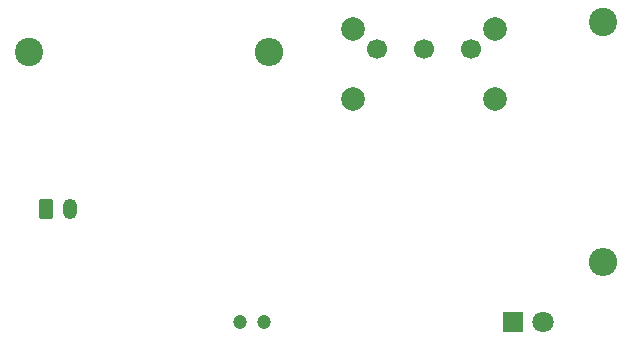
<source format=gbr>
%TF.GenerationSoftware,KiCad,Pcbnew,(6.0.10)*%
%TF.CreationDate,2023-02-17T09:20:17-08:00*%
%TF.ProjectId,Exercise I,45786572-6369-4736-9520-492e6b696361,rev?*%
%TF.SameCoordinates,Original*%
%TF.FileFunction,Soldermask,Bot*%
%TF.FilePolarity,Negative*%
%FSLAX46Y46*%
G04 Gerber Fmt 4.6, Leading zero omitted, Abs format (unit mm)*
G04 Created by KiCad (PCBNEW (6.0.10)) date 2023-02-17 09:20:17*
%MOMM*%
%LPD*%
G01*
G04 APERTURE LIST*
G04 Aperture macros list*
%AMRoundRect*
0 Rectangle with rounded corners*
0 $1 Rounding radius*
0 $2 $3 $4 $5 $6 $7 $8 $9 X,Y pos of 4 corners*
0 Add a 4 corners polygon primitive as box body*
4,1,4,$2,$3,$4,$5,$6,$7,$8,$9,$2,$3,0*
0 Add four circle primitives for the rounded corners*
1,1,$1+$1,$2,$3*
1,1,$1+$1,$4,$5*
1,1,$1+$1,$6,$7*
1,1,$1+$1,$8,$9*
0 Add four rect primitives between the rounded corners*
20,1,$1+$1,$2,$3,$4,$5,0*
20,1,$1+$1,$4,$5,$6,$7,0*
20,1,$1+$1,$6,$7,$8,$9,0*
20,1,$1+$1,$8,$9,$2,$3,0*%
G04 Aperture macros list end*
%ADD10C,1.200000*%
%ADD11R,1.800000X1.800000*%
%ADD12C,1.800000*%
%ADD13C,2.400000*%
%ADD14O,2.400000X2.400000*%
%ADD15C,2.000000*%
%ADD16C,1.700000*%
%ADD17RoundRect,0.250000X-0.350000X-0.625000X0.350000X-0.625000X0.350000X0.625000X-0.350000X0.625000X0*%
%ADD18O,1.200000X1.750000*%
G04 APERTURE END LIST*
D10*
%TO.C,C1*%
X128740000Y-101600000D03*
X126740000Y-101600000D03*
%TD*%
D11*
%TO.C,D1*%
X149860000Y-101600000D03*
D12*
X152400000Y-101600000D03*
%TD*%
D13*
%TO.C,R2*%
X108860000Y-78740000D03*
D14*
X129180000Y-78740000D03*
%TD*%
D15*
%TO.C,SW1*%
X148282500Y-82737500D03*
X148282500Y-76737500D03*
X136282500Y-82737500D03*
X136282500Y-76737500D03*
D16*
X138282500Y-78487500D03*
X142282500Y-78487500D03*
X146282500Y-78487500D03*
%TD*%
D13*
%TO.C,R1*%
X157480000Y-76200000D03*
D14*
X157480000Y-96520000D03*
%TD*%
D17*
%TO.C,V1*%
X110310000Y-91990000D03*
D18*
X112310000Y-91990000D03*
%TD*%
M02*

</source>
